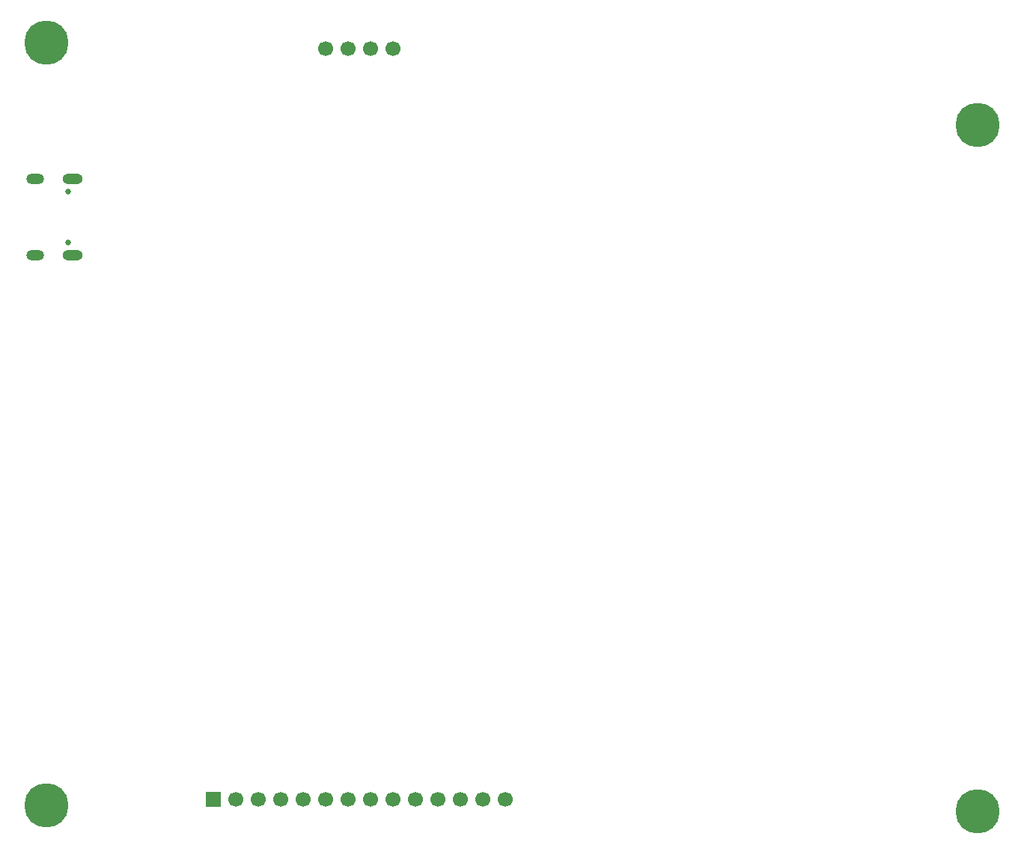
<source format=gbr>
%TF.GenerationSoftware,KiCad,Pcbnew,9.0.1*%
%TF.CreationDate,2025-06-20T23:10:46-05:00*%
%TF.ProjectId,LVGL_Training_Board,4c56474c-5f54-4726-9169-6e696e675f42,rev?*%
%TF.SameCoordinates,Original*%
%TF.FileFunction,Soldermask,Bot*%
%TF.FilePolarity,Negative*%
%FSLAX46Y46*%
G04 Gerber Fmt 4.6, Leading zero omitted, Abs format (unit mm)*
G04 Created by KiCad (PCBNEW 9.0.1) date 2025-06-20 23:10:46*
%MOMM*%
%LPD*%
G01*
G04 APERTURE LIST*
%ADD10C,5.000000*%
%ADD11R,1.700000X1.700000*%
%ADD12C,1.700000*%
%ADD13C,0.650000*%
%ADD14O,2.304000X1.204000*%
%ADD15O,2.004000X1.204000*%
G04 APERTURE END LIST*
D10*
%TO.C,H3*%
X90550000Y-143450000D03*
%TD*%
D11*
%TO.C,U4*%
X109440000Y-142760000D03*
D12*
X111980000Y-142760000D03*
X114520000Y-142760000D03*
X117060000Y-142760000D03*
X119600000Y-142760000D03*
X122140000Y-142760000D03*
X124680000Y-142760000D03*
X127220000Y-142760000D03*
X129760000Y-142760000D03*
X132300000Y-142760000D03*
X134840000Y-142760000D03*
X137380000Y-142760000D03*
X139920000Y-142760000D03*
X142460000Y-142760000D03*
X122140000Y-57840000D03*
X124680000Y-57840000D03*
X127220000Y-57840000D03*
X129760000Y-57840000D03*
%TD*%
D13*
%TO.C,J1*%
X92967500Y-73982500D03*
X92967500Y-79762500D03*
D14*
X93467500Y-72552500D03*
X93467500Y-81192500D03*
D15*
X89287500Y-72552500D03*
X89287500Y-81192500D03*
%TD*%
D10*
%TO.C,H2*%
X195850000Y-144150000D03*
%TD*%
%TO.C,H4*%
X90550000Y-57150000D03*
%TD*%
%TO.C,H1*%
X195900000Y-66500000D03*
%TD*%
M02*

</source>
